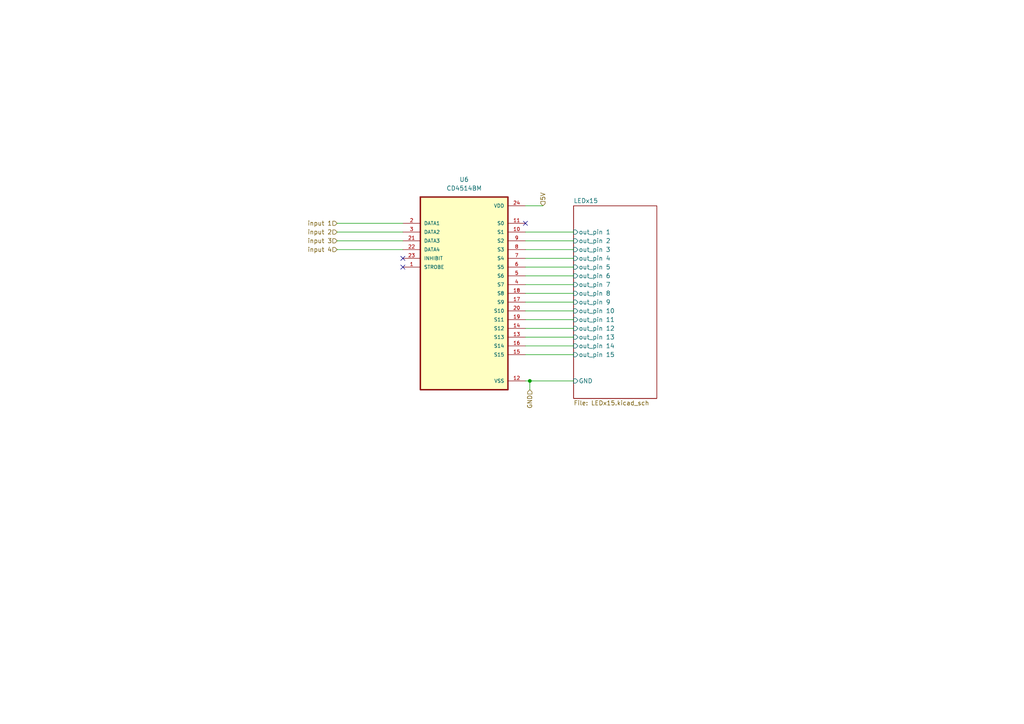
<source format=kicad_sch>
(kicad_sch (version 20230121) (generator eeschema)
  (paper "A4")
  (lib_symbols
    (symbol "CD4514BM:CD4514BM" (pin_names (offset 1.016))
      (property "Reference" "U" (at -12.7 28.94 0))
      (property "Value" "CD4514BM" (at -12.7 -31.94 0))
      (symbol "CD4514BM_0_0"
        (rectangle (start -12.7 -27.94) (end 12.7 27.94) (stroke (width 0.41)) (fill (type background)))
        (pin input line (at -17.78 7.62 0) (length 5.08) (name "STROBE") (number "1"))
        (pin output line (at 17.78 17.78 180) (length 5.08) (name "S1") (number "10"))
        (pin output line (at 17.78 20.32 180) (length 5.08) (name "S0") (number "11"))
        (pin power_in line (at 17.78 -25.4 180) (length 5.08) (name "VSS") (number "12"))
        (pin output line (at 17.78 -12.7 180) (length 5.08) (name "S13") (number "13"))
        (pin output line (at 17.78 -10.16 180) (length 5.08) (name "S12") (number "14"))
        (pin output line (at 17.78 -17.78 180) (length 5.08) (name "S15") (number "15"))
        (pin output line (at 17.78 -15.24 180) (length 5.08) (name "S14") (number "16"))
        (pin output line (at 17.78 -2.54 180) (length 5.08) (name "S9") (number "17"))
        (pin output line (at 17.78 0 180) (length 5.08) (name "S8") (number "18"))
        (pin output line (at 17.78 -7.62 180) (length 5.08) (name "S11") (number "19"))
        (pin input line (at -17.78 20.32 0) (length 5.08) (name "DATA1") (number "2"))
        (pin output line (at 17.78 -5.08 180) (length 5.08) (name "S10") (number "20"))
        (pin input line (at -17.78 15.24 0) (length 5.08) (name "DATA3") (number "21"))
        (pin input line (at -17.78 12.7 0) (length 5.08) (name "DATA4") (number "22"))
        (pin input line (at -17.78 10.16 0) (length 5.08) (name "INHIBIT") (number "23"))
        (pin power_in line (at 17.78 25.4 180) (length 5.08) (name "VDD") (number "24"))
        (pin input line (at -17.78 17.78 0) (length 5.08) (name "DATA2") (number "3"))
        (pin output line (at 17.78 2.54 180) (length 5.08) (name "S7") (number "4"))
        (pin output line (at 17.78 5.08 180) (length 5.08) (name "S6") (number "5"))
        (pin output line (at 17.78 7.62 180) (length 5.08) (name "S5") (number "6"))
        (pin output line (at 17.78 10.16 180) (length 5.08) (name "S4") (number "7"))
        (pin output line (at 17.78 12.7 180) (length 5.08) (name "S3") (number "8"))
        (pin output line (at 17.78 15.24 180) (length 5.08) (name "S2") (number "9"))
      )
    )
  )
  (junction (at 153.67 110.49))
  (no_connect (at 152.4 64.77))
  (no_connect (at 116.84 74.93))
  (no_connect (at 116.84 77.47))
  (wire (pts (xy 153.67 110.49) (xy 166.37 110.49)))
  (wire (pts (xy 152.4 97.79) (xy 166.37 97.79)))
  (wire (pts (xy 153.67 113.03) (xy 153.67 110.49)))
  (wire (pts (xy 152.4 85.09) (xy 166.37 85.09)))
  (wire (pts (xy 152.4 82.55) (xy 166.37 82.55)))
  (wire (pts (xy 97.79 67.31) (xy 116.84 67.31)))
  (wire (pts (xy 97.79 69.85) (xy 116.84 69.85)))
  (wire (pts (xy 152.4 100.33) (xy 166.37 100.33)))
  (wire (pts (xy 152.4 59.69) (xy 157.48 59.69)))
  (wire (pts (xy 152.4 69.85) (xy 166.37 69.85)))
  (wire (pts (xy 152.4 90.17) (xy 166.37 90.17)))
  (wire (pts (xy 152.4 67.31) (xy 166.37 67.31)))
  (wire (pts (xy 152.4 102.87) (xy 166.37 102.87)))
  (wire (pts (xy 152.4 92.71) (xy 166.37 92.71)))
  (wire (pts (xy 152.4 80.01) (xy 166.37 80.01)))
  (wire (pts (xy 152.4 87.63) (xy 166.37 87.63)))
  (wire (pts (xy 97.79 72.39) (xy 116.84 72.39)))
  (wire (pts (xy 152.4 77.47) (xy 166.37 77.47)))
  (wire (pts (xy 152.4 74.93) (xy 166.37 74.93)))
  (wire (pts (xy 152.4 72.39) (xy 166.37 72.39)))
  (wire (pts (xy 97.79 64.77) (xy 116.84 64.77)))
  (wire (pts (xy 152.4 110.49) (xy 153.67 110.49)))
  (wire (pts (xy 152.4 95.25) (xy 166.37 95.25)))
  (hierarchical_label "5V" (shape input) (at 157.48 59.69 90))
  (hierarchical_label "input 4" (shape input) (at 97.79 72.39 180))
  (hierarchical_label "GND" (shape input) (at 153.67 113.03 270))
  (hierarchical_label "input 3" (shape input) (at 97.79 69.85 180))
  (hierarchical_label "input 1" (shape input) (at 97.79 64.77 180))
  (hierarchical_label "input 2" (shape input) (at 97.79 67.31 180))
  (symbol (lib_id "CD4514BM:CD4514BM") (at 134.62 85.09 0) (unit 1)
    (property "Reference" "U6" (at 134.62 52.07 0))
    (property "Value" "CD4514BM" (at 134.62 54.61 0))
    (property "Footprint" "CD4514BM:DW24" (effects hide))
    (property "MF" "Texas Instruments" (effects hide))
    (property "Description" "\nCMOS 4-Bit Latch/4-to-16 Line Decoder with Output 'High' on Select\n" (effects hide))
    (property "Package" "SOIC-24 Texas Instruments" (effects hide))
    (property "Price" "None" (effects hide))
    (property "SnapEDA_Link" "https://www.snapeda.com/parts/CD4514BM/Texas+Instruments/view-part/?ref=snap" (effects hide))
    (property "MP" "CD4514BM" (effects hide))
    (property "Purchase-URL" "https://www.snapeda.com/api/url_track_click_mouser/?unipart_id=613151&manufacturer=Texas Instruments&part_name=CD4514BM&search_term=decoder" (effects hide))
    (property "Availability" "In Stock" (effects hide))
    (property "Check_prices" "https://www.snapeda.com/parts/CD4514BM/Texas+Instruments/view-part/?ref=eda" (effects hide))
  )
  (sheet (at 166.37 59.69) (size 24.13 55.88) (stroke (width 0.1524))
    (property "Sheetname" "LEDx15" (at 166.37 58.9784 0) (effects (justify left bottom)))
    (property "Sheetfile" "LEDx15.kicad_sch" (at 166.37 116.1546 0) (effects (justify left top)))
    (pin "out_pin 15" input (at 166.37 102.87 180))
    (pin "out_pin 14" input (at 166.37 100.33 180))
    (pin "out_pin 12" input (at 166.37 95.25 180))
    (pin "out_pin 13" input (at 166.37 97.79 180))
    (pin "out_pin 11" input (at 166.37 92.71 180))
    (pin "out_pin 8" input (at 166.37 85.09 180))
    (pin "out_pin 7" input (at 166.37 82.55 180))
    (pin "out_pin 10" input (at 166.37 90.17 180))
    (pin "out_pin 9" input (at 166.37 87.63 180))
    (pin "out_pin 4" input (at 166.37 74.93 180))
    (pin "out_pin 5" input (at 166.37 77.47 180))
    (pin "out_pin 6" input (at 166.37 80.01 180))
    (pin "out_pin 3" input (at 166.37 72.39 180))
    (pin "out_pin 2" input (at 166.37 69.85 180))
    (pin "out_pin 1" input (at 166.37 67.31 180))
    (pin "GND" input (at 166.37 110.49 180))
  )
)
</source>
